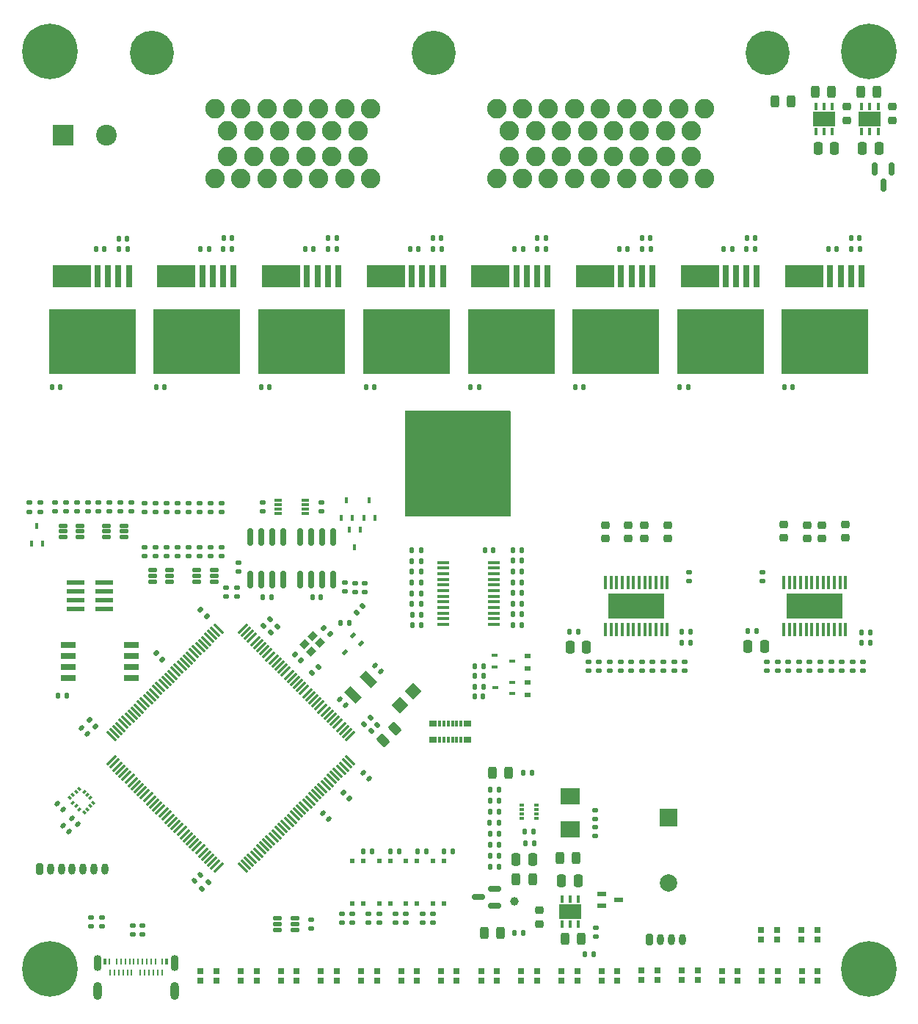
<source format=gbr>
%TF.GenerationSoftware,KiCad,Pcbnew,(6.0.8)*%
%TF.CreationDate,2024-02-14T13:25:33+01:00*%
%TF.ProjectId,pdms,70646d73-2e6b-4696-9361-645f70636258,rev?*%
%TF.SameCoordinates,Original*%
%TF.FileFunction,Soldermask,Top*%
%TF.FilePolarity,Negative*%
%FSLAX46Y46*%
G04 Gerber Fmt 4.6, Leading zero omitted, Abs format (unit mm)*
G04 Created by KiCad (PCBNEW (6.0.8)) date 2024-02-14 13:25:33*
%MOMM*%
%LPD*%
G01*
G04 APERTURE LIST*
G04 Aperture macros list*
%AMRoundRect*
0 Rectangle with rounded corners*
0 $1 Rounding radius*
0 $2 $3 $4 $5 $6 $7 $8 $9 X,Y pos of 4 corners*
0 Add a 4 corners polygon primitive as box body*
4,1,4,$2,$3,$4,$5,$6,$7,$8,$9,$2,$3,0*
0 Add four circle primitives for the rounded corners*
1,1,$1+$1,$2,$3*
1,1,$1+$1,$4,$5*
1,1,$1+$1,$6,$7*
1,1,$1+$1,$8,$9*
0 Add four rect primitives between the rounded corners*
20,1,$1+$1,$2,$3,$4,$5,0*
20,1,$1+$1,$4,$5,$6,$7,0*
20,1,$1+$1,$6,$7,$8,$9,0*
20,1,$1+$1,$8,$9,$2,$3,0*%
%AMRotRect*
0 Rectangle, with rotation*
0 The origin of the aperture is its center*
0 $1 length*
0 $2 width*
0 $3 Rotation angle, in degrees counterclockwise*
0 Add horizontal line*
21,1,$1,$2,0,0,$3*%
G04 Aperture macros list end*
%ADD10RoundRect,0.135000X0.185000X-0.135000X0.185000X0.135000X-0.185000X0.135000X-0.185000X-0.135000X0*%
%ADD11RoundRect,0.250000X0.250000X0.475000X-0.250000X0.475000X-0.250000X-0.475000X0.250000X-0.475000X0*%
%ADD12RoundRect,0.135000X0.135000X0.185000X-0.135000X0.185000X-0.135000X-0.185000X0.135000X-0.185000X0*%
%ADD13RoundRect,0.140000X-0.140000X-0.170000X0.140000X-0.170000X0.140000X0.170000X-0.140000X0.170000X0*%
%ADD14RoundRect,0.140000X0.140000X0.170000X-0.140000X0.170000X-0.140000X-0.170000X0.140000X-0.170000X0*%
%ADD15RoundRect,0.140000X-0.219203X-0.021213X-0.021213X-0.219203X0.219203X0.021213X0.021213X0.219203X0*%
%ADD16RoundRect,0.135000X-0.135000X-0.185000X0.135000X-0.185000X0.135000X0.185000X-0.135000X0.185000X0*%
%ADD17R,0.800000X2.600000*%
%ADD18R,4.400000X2.600000*%
%ADD19R,10.000000X7.410000*%
%ADD20RoundRect,0.135000X-0.185000X0.135000X-0.185000X-0.135000X0.185000X-0.135000X0.185000X0.135000X0*%
%ADD21R,0.700000X0.700000*%
%ADD22RoundRect,0.225000X0.250000X-0.225000X0.250000X0.225000X-0.250000X0.225000X-0.250000X-0.225000X0*%
%ADD23RoundRect,0.200000X-0.200000X-0.450000X0.200000X-0.450000X0.200000X0.450000X-0.200000X0.450000X0*%
%ADD24O,0.800000X1.300000*%
%ADD25R,0.450000X1.525000*%
%ADD26R,6.500000X2.870000*%
%ADD27RoundRect,0.150000X0.587500X0.150000X-0.587500X0.150000X-0.587500X-0.150000X0.587500X-0.150000X0*%
%ADD28RoundRect,0.135000X0.226274X0.035355X0.035355X0.226274X-0.226274X-0.035355X-0.035355X-0.226274X0*%
%ADD29RoundRect,0.250000X-0.250000X-0.475000X0.250000X-0.475000X0.250000X0.475000X-0.250000X0.475000X0*%
%ADD30RoundRect,0.019500X0.465500X0.175500X-0.465500X0.175500X-0.465500X-0.175500X0.465500X-0.175500X0*%
%ADD31RoundRect,0.019500X-0.465500X-0.175500X0.465500X-0.175500X0.465500X0.175500X-0.465500X0.175500X0*%
%ADD32R,1.750000X0.650000*%
%ADD33C,1.000000*%
%ADD34R,0.600000X0.470000*%
%ADD35C,0.800000*%
%ADD36C,6.400000*%
%ADD37RoundRect,0.140000X0.219203X0.021213X0.021213X0.219203X-0.219203X-0.021213X-0.021213X-0.219203X0*%
%ADD38R,2.000000X0.500000*%
%ADD39R,2.400000X2.400000*%
%ADD40C,2.400000*%
%ADD41RoundRect,0.147500X0.017678X-0.226274X0.226274X-0.017678X-0.017678X0.226274X-0.226274X0.017678X0*%
%ADD42RoundRect,0.135000X-0.226274X-0.035355X-0.035355X-0.226274X0.226274X0.035355X0.035355X0.226274X0*%
%ADD43R,0.863600X0.787400*%
%ADD44R,0.355600X0.787400*%
%ADD45RoundRect,0.250000X-0.132583X0.503814X-0.503814X0.132583X0.132583X-0.503814X0.503814X-0.132583X0*%
%ADD46RoundRect,0.243750X-0.243750X-0.456250X0.243750X-0.456250X0.243750X0.456250X-0.243750X0.456250X0*%
%ADD47R,0.250000X0.750000*%
%ADD48R,0.300000X0.750000*%
%ADD49O,1.025000X2.050000*%
%ADD50O,0.925000X1.850000*%
%ADD51R,0.450000X0.700000*%
%ADD52RoundRect,0.135000X-0.035355X0.226274X-0.226274X0.035355X0.035355X-0.226274X0.226274X-0.035355X0*%
%ADD53C,2.250000*%
%ADD54C,5.100000*%
%ADD55R,0.300000X0.850000*%
%ADD56R,2.500000X1.700000*%
%ADD57R,0.700000X0.450000*%
%ADD58RotRect,0.300000X1.475000X315.000000*%
%ADD59RotRect,0.300000X1.475000X225.000000*%
%ADD60R,2.000000X2.000000*%
%ADD61C,2.000000*%
%ADD62C,2.200000*%
%ADD63RoundRect,0.243750X0.243750X0.456250X-0.243750X0.456250X-0.243750X-0.456250X0.243750X-0.456250X0*%
%ADD64R,0.475000X0.300000*%
%ADD65R,0.700000X0.600000*%
%ADD66RoundRect,0.135000X0.035355X-0.226274X0.226274X-0.035355X-0.035355X0.226274X-0.226274X0.035355X0*%
%ADD67RotRect,0.250000X0.475000X45.000000*%
%ADD68RotRect,0.250000X0.475000X315.000000*%
%ADD69R,1.475000X0.450000*%
%ADD70RoundRect,0.225000X-0.250000X0.225000X-0.250000X-0.225000X0.250000X-0.225000X0.250000X0.225000X0*%
%ADD71RotRect,1.000000X1.800000X225.000000*%
%ADD72RotRect,0.450000X0.700000X135.000000*%
%ADD73RoundRect,0.150000X-0.150000X0.587500X-0.150000X-0.587500X0.150000X-0.587500X0.150000X0.587500X0*%
%ADD74RotRect,0.900000X0.800000X45.000000*%
%ADD75RoundRect,0.150000X0.150000X-0.825000X0.150000X0.825000X-0.150000X0.825000X-0.150000X-0.825000X0*%
%ADD76RotRect,1.400000X1.400000X45.000000*%
%ADD77R,2.286000X1.854500*%
%ADD78R,1.000000X0.550000*%
%ADD79RoundRect,0.140000X-0.021213X0.219203X-0.219203X0.021213X0.021213X-0.219203X0.219203X-0.021213X0*%
%ADD80R,0.850000X0.300000*%
G04 APERTURE END LIST*
D10*
%TO.C,R68*%
X21166000Y-105984000D03*
X21166000Y-104964000D03*
%TD*%
D11*
%TO.C,C3*%
X111084400Y-64160400D03*
X109184400Y-64160400D03*
%TD*%
D12*
%TO.C,C91*%
X83314000Y-156972000D03*
X82294000Y-156972000D03*
%TD*%
D13*
%TO.C,C130*%
X113012400Y-74498400D03*
X113972400Y-74498400D03*
%TD*%
D10*
%TO.C,R102*%
X111915200Y-124345862D03*
X111915200Y-123325862D03*
%TD*%
D14*
%TO.C,C116*%
X75122400Y-75728400D03*
X74162400Y-75728400D03*
%TD*%
D15*
%TO.C,C78*%
X56673256Y-136101293D03*
X57352078Y-136780115D03*
%TD*%
D10*
%TO.C,R83*%
X36586000Y-111110000D03*
X36586000Y-110090000D03*
%TD*%
D16*
%TO.C,R17*%
X62323333Y-116637167D03*
X63343333Y-116637167D03*
%TD*%
D17*
%TO.C,Q6*%
X65896600Y-78841600D03*
X64696600Y-78841600D03*
X63496600Y-78841600D03*
X62296600Y-78841600D03*
D18*
X59296600Y-78841600D03*
D19*
X61696600Y-86376600D03*
%TD*%
D12*
%TO.C,R115*%
X115190000Y-121100000D03*
X114170000Y-121100000D03*
%TD*%
D20*
%TO.C,R98*%
X105735200Y-123325862D03*
X105735200Y-124345862D03*
%TD*%
D12*
%TO.C,R206*%
X89862400Y-75728400D03*
X88842400Y-75728400D03*
%TD*%
D21*
%TO.C,D18*%
X58267600Y-160020000D03*
X58267600Y-158920000D03*
X56437600Y-158920000D03*
X56437600Y-160020000D03*
%TD*%
D10*
%TO.C,R77*%
X28711000Y-105984000D03*
X28711000Y-104964000D03*
%TD*%
%TO.C,R72*%
X83566000Y-154942000D03*
X83566000Y-153922000D03*
%TD*%
%TO.C,R25*%
X91330000Y-124346662D03*
X91330000Y-123326662D03*
%TD*%
D14*
%TO.C,C105*%
X50974600Y-75737200D03*
X50014600Y-75737200D03*
%TD*%
D22*
%TO.C,C73*%
X112348000Y-109029800D03*
X112348000Y-107479800D03*
%TD*%
D17*
%TO.C,Q4*%
X41715800Y-78840800D03*
X40515800Y-78840800D03*
X39315800Y-78840800D03*
X38115800Y-78840800D03*
D18*
X35115800Y-78840800D03*
D19*
X37515800Y-86375800D03*
%TD*%
D23*
%TO.C,J5*%
X89737400Y-155348400D03*
D24*
X90987400Y-155348400D03*
X92237400Y-155348400D03*
X93487400Y-155348400D03*
%TD*%
D10*
%TO.C,R173*%
X31242000Y-154686000D03*
X31242000Y-153666000D03*
%TD*%
D13*
%TO.C,C113*%
X28510000Y-74500000D03*
X29470000Y-74500000D03*
%TD*%
D21*
%TO.C,D10*%
X39725600Y-160028800D03*
X39725600Y-158928800D03*
X37895600Y-158928800D03*
X37895600Y-160028800D03*
%TD*%
D10*
%TO.C,R59*%
X45110400Y-105920000D03*
X45110400Y-104900000D03*
%TD*%
D22*
%TO.C,C70*%
X105223000Y-109004800D03*
X105223000Y-107454800D03*
%TD*%
D10*
%TO.C,R101*%
X110675200Y-124345862D03*
X110675200Y-123325862D03*
%TD*%
D25*
%TO.C,IC7*%
X84638000Y-119606000D03*
X85288000Y-119606000D03*
X85938000Y-119606000D03*
X86588000Y-119606000D03*
X87238000Y-119606000D03*
X87888000Y-119606000D03*
X88538000Y-119606000D03*
X89188000Y-119606000D03*
X89838000Y-119606000D03*
X90488000Y-119606000D03*
X91138000Y-119606000D03*
X91788000Y-119606000D03*
X91788000Y-114182000D03*
X91138000Y-114182000D03*
X90488000Y-114182000D03*
X89838000Y-114182000D03*
X89188000Y-114182000D03*
X88538000Y-114182000D03*
X87888000Y-114182000D03*
X87238000Y-114182000D03*
X86588000Y-114182000D03*
X85938000Y-114182000D03*
X85288000Y-114182000D03*
X84638000Y-114182000D03*
D26*
X88213000Y-116894000D03*
%TD*%
D21*
%TO.C,D21*%
X86029800Y-160020000D03*
X86029800Y-158920000D03*
X84199800Y-158920000D03*
X84199800Y-160020000D03*
%TD*%
D12*
%TO.C,R201*%
X77792400Y-75738400D03*
X76772400Y-75738400D03*
%TD*%
D16*
%TO.C,R37*%
X62326666Y-119087167D03*
X63346666Y-119087167D03*
%TD*%
D14*
%TO.C,C2*%
X71713333Y-110447167D03*
X70753333Y-110447167D03*
%TD*%
D12*
%TO.C,R211*%
X101932400Y-75738400D03*
X100912400Y-75738400D03*
%TD*%
D20*
%TO.C,R80*%
X32766000Y-110094000D03*
X32766000Y-111114000D03*
%TD*%
D16*
%TO.C,R62*%
X71313700Y-143118600D03*
X72333700Y-143118600D03*
%TD*%
D10*
%TO.C,R75*%
X26171000Y-105984000D03*
X26171000Y-104964000D03*
%TD*%
D27*
%TO.C,Q1*%
X71882000Y-151384000D03*
X71882000Y-149484000D03*
X70007000Y-150434000D03*
%TD*%
D16*
%TO.C,R14*%
X62323333Y-112917167D03*
X63343333Y-112917167D03*
%TD*%
D12*
%TO.C,R109*%
X75184000Y-154524700D03*
X74164000Y-154524700D03*
%TD*%
D28*
%TO.C,C42*%
X49529108Y-123182699D03*
X48807860Y-122461451D03*
%TD*%
D20*
%TO.C,R179*%
X25325287Y-152802400D03*
X25325287Y-153822400D03*
%TD*%
D10*
%TO.C,R165*%
X39116000Y-106047000D03*
X39116000Y-105027000D03*
%TD*%
D22*
%TO.C,C55*%
X76987800Y-153507600D03*
X76987800Y-151957600D03*
%TD*%
D29*
%TO.C,C54*%
X79587700Y-148563400D03*
X81487700Y-148563400D03*
%TD*%
D28*
%TO.C,C48*%
X33520624Y-123030624D03*
X32799376Y-122309376D03*
%TD*%
D15*
%TO.C,C81*%
X52004547Y-140724039D03*
X52683369Y-141402861D03*
%TD*%
D30*
%TO.C,D24*%
X29056000Y-108918000D03*
X29056000Y-108268000D03*
X29056000Y-107618000D03*
D31*
X27096000Y-107618000D03*
X27096000Y-108268000D03*
X27096000Y-108918000D03*
%TD*%
D23*
%TO.C,J1*%
X19364000Y-147160400D03*
D24*
X20614000Y-147160400D03*
X21864000Y-147160400D03*
X23114000Y-147160400D03*
X24364000Y-147160400D03*
X25614000Y-147160400D03*
X26864000Y-147160400D03*
%TD*%
D32*
%TO.C,IC20*%
X29910000Y-125160000D03*
X29910000Y-123890000D03*
X29910000Y-122620000D03*
X29910000Y-121350000D03*
X22660000Y-121350000D03*
X22660000Y-122620000D03*
X22660000Y-123890000D03*
X22660000Y-125160000D03*
%TD*%
D20*
%TO.C,R86*%
X40396000Y-110092000D03*
X40396000Y-111112000D03*
%TD*%
%TO.C,R162*%
X35306000Y-105027000D03*
X35306000Y-106047000D03*
%TD*%
D33*
%TO.C,TP1*%
X74168000Y-150876000D03*
%TD*%
D34*
%TO.C,U4*%
X58530000Y-151200000D03*
X59800000Y-151200000D03*
X59800000Y-146280000D03*
X58530000Y-146280000D03*
%TD*%
D35*
%TO.C,H2*%
X116699056Y-51290744D03*
X115002000Y-50587800D03*
X113304944Y-54684856D03*
D36*
X115002000Y-52987800D03*
D35*
X112602000Y-52987800D03*
X113304944Y-51290744D03*
X115002000Y-55387800D03*
X116699056Y-54684856D03*
X117402000Y-52987800D03*
%TD*%
D21*
%TO.C,D15*%
X99898800Y-160024600D03*
X99898800Y-158924600D03*
X98068800Y-158924600D03*
X98068800Y-160024600D03*
%TD*%
D20*
%TO.C,R100*%
X108205200Y-123325862D03*
X108205200Y-124345862D03*
%TD*%
D29*
%TO.C,C56*%
X74328100Y-146090400D03*
X76228100Y-146090400D03*
%TD*%
D12*
%TO.C,R53*%
X75003333Y-112907167D03*
X73983333Y-112907167D03*
%TD*%
D13*
%TO.C,C115*%
X76802400Y-74488400D03*
X77762400Y-74488400D03*
%TD*%
D20*
%TO.C,R5*%
X55436400Y-152337300D03*
X55436400Y-153357300D03*
%TD*%
D14*
%TO.C,C65*%
X46073000Y-115824000D03*
X45113000Y-115824000D03*
%TD*%
D37*
%TO.C,C82*%
X24883608Y-131584542D03*
X24204786Y-130905720D03*
%TD*%
D38*
%TO.C,J4*%
X23540000Y-114200000D03*
X26840000Y-114200000D03*
X23540000Y-115200000D03*
X26840000Y-115200000D03*
X23540000Y-116200000D03*
X26840000Y-116200000D03*
X23540000Y-117200000D03*
X26840000Y-117200000D03*
%TD*%
D20*
%TO.C,R7*%
X61634000Y-152337300D03*
X61634000Y-153357300D03*
%TD*%
D12*
%TO.C,R216*%
X114002400Y-75748400D03*
X112982400Y-75748400D03*
%TD*%
D39*
%TO.C,C88*%
X22051000Y-62611000D03*
D40*
X27051000Y-62611000D03*
%TD*%
D16*
%TO.C,R28*%
X80492000Y-119802000D03*
X81512000Y-119802000D03*
%TD*%
D22*
%TO.C,C72*%
X109623000Y-109097800D03*
X109623000Y-107547800D03*
%TD*%
D41*
%TO.C,D33*%
X57647053Y-131282947D03*
X58332947Y-130597053D03*
%TD*%
D42*
%TO.C,C46*%
X52141176Y-119374976D03*
X52862424Y-120096224D03*
%TD*%
D14*
%TO.C,C131*%
X111332400Y-75738400D03*
X110372400Y-75738400D03*
%TD*%
D20*
%TO.C,R164*%
X37846000Y-105027000D03*
X37846000Y-106047000D03*
%TD*%
D16*
%TO.C,R41*%
X62940000Y-145125000D03*
X63960000Y-145125000D03*
%TD*%
D20*
%TO.C,C63*%
X83462700Y-140378400D03*
X83462700Y-141398400D03*
%TD*%
D43*
%TO.C,R43*%
X64768800Y-132264400D03*
D44*
X65516322Y-132264400D03*
X66009844Y-132264400D03*
X66503366Y-132264400D03*
X66996888Y-132264400D03*
X67490410Y-132264400D03*
X67983932Y-132264400D03*
D43*
X68731200Y-132264400D03*
X68731200Y-130435600D03*
D44*
X67983932Y-130435600D03*
X67490410Y-130435600D03*
X66996888Y-130435600D03*
X66503366Y-130435600D03*
X66009844Y-130435600D03*
X65516322Y-130435600D03*
D43*
X64768800Y-130435600D03*
%TD*%
D10*
%TO.C,R119*%
X63539000Y-153357300D03*
X63539000Y-152337300D03*
%TD*%
D45*
%TO.C,R54*%
X60295235Y-131054765D03*
X59004765Y-132345235D03*
%TD*%
D14*
%TO.C,C100*%
X38899600Y-75737200D03*
X37939600Y-75737200D03*
%TD*%
D16*
%TO.C,C60*%
X71313700Y-138038600D03*
X72333700Y-138038600D03*
%TD*%
D46*
%TO.C,F3*%
X104222500Y-58680000D03*
X106097500Y-58680000D03*
%TD*%
D12*
%TO.C,R67*%
X29500000Y-75750000D03*
X28480000Y-75750000D03*
%TD*%
D47*
%TO.C,J6*%
X27430000Y-157838800D03*
X28230000Y-157838800D03*
X28730000Y-157838800D03*
X29230000Y-157838800D03*
X29730000Y-157838800D03*
X30230000Y-157838800D03*
X30730000Y-157838800D03*
X31230000Y-157838800D03*
X31730000Y-157838800D03*
X32230000Y-157838800D03*
X32730000Y-157838800D03*
X33530000Y-157838800D03*
X33480000Y-159088800D03*
X32980000Y-159088800D03*
X32480000Y-159088800D03*
X31980000Y-159088800D03*
X31480000Y-159088800D03*
X30980000Y-159088800D03*
X29980000Y-159088800D03*
X29480000Y-159088800D03*
X28980000Y-159088800D03*
X28480000Y-159088800D03*
X27980000Y-159088800D03*
X27480000Y-159088800D03*
D48*
X26930000Y-157838800D03*
X34030000Y-157838800D03*
D49*
X26030000Y-161213800D03*
X34930000Y-161213800D03*
D50*
X26030000Y-158013800D03*
X34930000Y-158013800D03*
%TD*%
D17*
%TO.C,Q8*%
X90052000Y-78841600D03*
X88852000Y-78841600D03*
X87652000Y-78841600D03*
X86452000Y-78841600D03*
D18*
X83452000Y-78841600D03*
D19*
X85852000Y-86376600D03*
%TD*%
D13*
%TO.C,C127*%
X93228200Y-91617800D03*
X94188200Y-91617800D03*
%TD*%
D51*
%TO.C,D6*%
X56350000Y-108100000D03*
X55050000Y-108100000D03*
X55700000Y-110100000D03*
%TD*%
D52*
%TO.C,C49*%
X38799329Y-148709113D03*
X38078081Y-149430361D03*
%TD*%
D21*
%TO.C,D16*%
X53644800Y-160020000D03*
X53644800Y-158920000D03*
X51814800Y-158920000D03*
X51814800Y-160020000D03*
%TD*%
D53*
%TO.C,J2*%
X96068000Y-67598000D03*
X94568000Y-65098000D03*
X93068000Y-67598000D03*
X91568000Y-65098000D03*
X90068000Y-67598000D03*
X88568000Y-65098000D03*
X87068000Y-67598000D03*
X85568000Y-65098000D03*
X84068000Y-67598000D03*
X82568000Y-65098000D03*
X81068000Y-67598000D03*
X79568000Y-65098000D03*
X78068000Y-67598000D03*
X76568000Y-65098000D03*
X75068000Y-67598000D03*
X73568000Y-65098000D03*
X72068000Y-67598000D03*
X96068000Y-59598000D03*
X94568000Y-62098000D03*
X93068000Y-59598000D03*
X91568000Y-62098000D03*
X90068000Y-59598000D03*
X88568000Y-62098000D03*
X87068000Y-59598000D03*
X85568000Y-62098000D03*
X84068000Y-59598000D03*
X82568000Y-62098000D03*
X81068000Y-59598000D03*
X79568000Y-62098000D03*
X78068000Y-59598000D03*
X76568000Y-62098000D03*
X75068000Y-59598000D03*
X73568000Y-62098000D03*
X72068000Y-59598000D03*
X57568000Y-67598000D03*
X56068000Y-65098000D03*
X54568000Y-67598000D03*
X53068000Y-65098000D03*
X51568000Y-67598000D03*
X50068000Y-65098000D03*
X48568000Y-67598000D03*
X47068000Y-65098000D03*
X45568000Y-67598000D03*
X44068000Y-65098000D03*
X42568000Y-67598000D03*
X41068000Y-65098000D03*
X39568000Y-67598000D03*
X57568000Y-59598000D03*
X56068000Y-62098000D03*
X54568000Y-59598000D03*
X53068000Y-62098000D03*
X51568000Y-59598000D03*
X50068000Y-62098000D03*
X48568000Y-59598000D03*
X47068000Y-62098000D03*
X45568000Y-59598000D03*
X44068000Y-62098000D03*
X42568000Y-59598000D03*
X41068000Y-62098000D03*
X39568000Y-59598000D03*
D54*
X103318000Y-53098000D03*
X64818000Y-53098000D03*
X32318000Y-53098000D03*
%TD*%
D46*
%TO.C,D34*%
X71620500Y-136057400D03*
X73495500Y-136057400D03*
%TD*%
D12*
%TO.C,R45*%
X75000000Y-110457167D03*
X73980000Y-110457167D03*
%TD*%
D20*
%TO.C,R71*%
X24976000Y-104964000D03*
X24976000Y-105984000D03*
%TD*%
D10*
%TO.C,R204*%
X56845200Y-115241800D03*
X56845200Y-114221800D03*
%TD*%
D14*
%TO.C,C110*%
X63049600Y-75737200D03*
X62089600Y-75737200D03*
%TD*%
D10*
%TO.C,R103*%
X113145200Y-124345862D03*
X113145200Y-123325862D03*
%TD*%
D21*
%TO.C,D36*%
X102599000Y-154191200D03*
X102599000Y-155291200D03*
X104429000Y-155291200D03*
X104429000Y-154191200D03*
%TD*%
D29*
%TO.C,C19*%
X80560000Y-121580000D03*
X82460000Y-121580000D03*
%TD*%
D12*
%TO.C,R60*%
X72333700Y-140578600D03*
X71313700Y-140578600D03*
%TD*%
D16*
%TO.C,R214*%
X54072600Y-118821200D03*
X55092600Y-118821200D03*
%TD*%
D12*
%TO.C,R96*%
X70560000Y-126210000D03*
X69540000Y-126210000D03*
%TD*%
D55*
%TO.C,IC14*%
X114205617Y-62210400D03*
X115155617Y-62210400D03*
X116105617Y-62210400D03*
X116105617Y-59310400D03*
X115155617Y-59310400D03*
X114205617Y-59310400D03*
D56*
X115155617Y-60760400D03*
%TD*%
D21*
%TO.C,D30*%
X72135400Y-160020000D03*
X72135400Y-158920000D03*
X70305400Y-158920000D03*
X70305400Y-160020000D03*
%TD*%
D57*
%TO.C,D39*%
X71860000Y-122570000D03*
X71860000Y-123870000D03*
X73860000Y-123220000D03*
%TD*%
D14*
%TO.C,C64*%
X51788000Y-115824000D03*
X50828000Y-115824000D03*
%TD*%
D10*
%TO.C,R175*%
X30099000Y-154686000D03*
X30099000Y-153666000D03*
%TD*%
D20*
%TO.C,R166*%
X40386000Y-105027000D03*
X40386000Y-106047000D03*
%TD*%
D16*
%TO.C,R105*%
X114210000Y-119890000D03*
X115230000Y-119890000D03*
%TD*%
D58*
%TO.C,IC19*%
X55174508Y-131868942D03*
X54820955Y-131515388D03*
X54467401Y-131161835D03*
X54113848Y-130808282D03*
X53760294Y-130454728D03*
X53406741Y-130101175D03*
X53053188Y-129747621D03*
X52699634Y-129394068D03*
X52346081Y-129040515D03*
X51992527Y-128686961D03*
X51638974Y-128333408D03*
X51285421Y-127979854D03*
X50931867Y-127626301D03*
X50578314Y-127272748D03*
X50224760Y-126919194D03*
X49871207Y-126565641D03*
X49517654Y-126212087D03*
X49164100Y-125858534D03*
X48810547Y-125504981D03*
X48456994Y-125151427D03*
X48103440Y-124797874D03*
X47749887Y-124444321D03*
X47396333Y-124090767D03*
X47042780Y-123737214D03*
X46689227Y-123383660D03*
X46335673Y-123030107D03*
X45982120Y-122676554D03*
X45628566Y-122323000D03*
X45275013Y-121969447D03*
X44921460Y-121615893D03*
X44567906Y-121262340D03*
X44214353Y-120908787D03*
X43860799Y-120555233D03*
X43507246Y-120201680D03*
X43153693Y-119848126D03*
X42800139Y-119494573D03*
D59*
X39988683Y-119494573D03*
X39635129Y-119848126D03*
X39281576Y-120201680D03*
X38928023Y-120555233D03*
X38574469Y-120908787D03*
X38220916Y-121262340D03*
X37867362Y-121615893D03*
X37513809Y-121969447D03*
X37160256Y-122323000D03*
X36806702Y-122676554D03*
X36453149Y-123030107D03*
X36099595Y-123383660D03*
X35746042Y-123737214D03*
X35392489Y-124090767D03*
X35038935Y-124444321D03*
X34685382Y-124797874D03*
X34331828Y-125151427D03*
X33978275Y-125504981D03*
X33624722Y-125858534D03*
X33271168Y-126212087D03*
X32917615Y-126565641D03*
X32564062Y-126919194D03*
X32210508Y-127272748D03*
X31856955Y-127626301D03*
X31503401Y-127979854D03*
X31149848Y-128333408D03*
X30796295Y-128686961D03*
X30442741Y-129040515D03*
X30089188Y-129394068D03*
X29735634Y-129747621D03*
X29382081Y-130101175D03*
X29028528Y-130454728D03*
X28674974Y-130808282D03*
X28321421Y-131161835D03*
X27967867Y-131515388D03*
X27614314Y-131868942D03*
D58*
X27614314Y-134680398D03*
X27967867Y-135033952D03*
X28321421Y-135387505D03*
X28674974Y-135741058D03*
X29028528Y-136094612D03*
X29382081Y-136448165D03*
X29735634Y-136801719D03*
X30089188Y-137155272D03*
X30442741Y-137508825D03*
X30796295Y-137862379D03*
X31149848Y-138215932D03*
X31503401Y-138569486D03*
X31856955Y-138923039D03*
X32210508Y-139276592D03*
X32564062Y-139630146D03*
X32917615Y-139983699D03*
X33271168Y-140337253D03*
X33624722Y-140690806D03*
X33978275Y-141044359D03*
X34331828Y-141397913D03*
X34685382Y-141751466D03*
X35038935Y-142105019D03*
X35392489Y-142458573D03*
X35746042Y-142812126D03*
X36099595Y-143165680D03*
X36453149Y-143519233D03*
X36806702Y-143872786D03*
X37160256Y-144226340D03*
X37513809Y-144579893D03*
X37867362Y-144933447D03*
X38220916Y-145287000D03*
X38574469Y-145640553D03*
X38928023Y-145994107D03*
X39281576Y-146347660D03*
X39635129Y-146701214D03*
X39988683Y-147054767D03*
D59*
X42800139Y-147054767D03*
X43153693Y-146701214D03*
X43507246Y-146347660D03*
X43860799Y-145994107D03*
X44214353Y-145640553D03*
X44567906Y-145287000D03*
X44921460Y-144933447D03*
X45275013Y-144579893D03*
X45628566Y-144226340D03*
X45982120Y-143872786D03*
X46335673Y-143519233D03*
X46689227Y-143165680D03*
X47042780Y-142812126D03*
X47396333Y-142458573D03*
X47749887Y-142105019D03*
X48103440Y-141751466D03*
X48456994Y-141397913D03*
X48810547Y-141044359D03*
X49164100Y-140690806D03*
X49517654Y-140337253D03*
X49871207Y-139983699D03*
X50224760Y-139630146D03*
X50578314Y-139276592D03*
X50931867Y-138923039D03*
X51285421Y-138569486D03*
X51638974Y-138215932D03*
X51992527Y-137862379D03*
X52346081Y-137508825D03*
X52699634Y-137155272D03*
X53053188Y-136801719D03*
X53406741Y-136448165D03*
X53760294Y-136094612D03*
X54113848Y-135741058D03*
X54467401Y-135387505D03*
X54820955Y-135033952D03*
X55174508Y-134680398D03*
%TD*%
D16*
%TO.C,R42*%
X65990000Y-145125000D03*
X67010000Y-145125000D03*
%TD*%
D12*
%TO.C,R88*%
X75003333Y-116627167D03*
X73983333Y-116627167D03*
%TD*%
D10*
%TO.C,R161*%
X34036000Y-106047000D03*
X34036000Y-105027000D03*
%TD*%
D13*
%TO.C,C99*%
X40579600Y-74497200D03*
X41539600Y-74497200D03*
%TD*%
D22*
%TO.C,C16*%
X89150000Y-109075000D03*
X89150000Y-107525000D03*
%TD*%
D30*
%TO.C,D26*%
X39471000Y-114046000D03*
X39471000Y-113396000D03*
X39471000Y-112746000D03*
D31*
X37511000Y-112746000D03*
X37511000Y-113396000D03*
X37511000Y-114046000D03*
%TD*%
D60*
%TO.C,BZ1*%
X91948000Y-141234000D03*
D61*
X91948000Y-148834000D03*
%TD*%
D21*
%TO.C,D29*%
X81407000Y-160020000D03*
X81407000Y-158920000D03*
X79577000Y-158920000D03*
X79577000Y-160020000D03*
%TD*%
D15*
%TO.C,C75*%
X22090589Y-142227589D03*
X22769411Y-142906411D03*
%TD*%
D62*
%TO.C,J3*%
X63830000Y-104250000D03*
X66370000Y-104250000D03*
X68910000Y-104250000D03*
X71450000Y-104250000D03*
X63830000Y-101710000D03*
X66370000Y-101710000D03*
X68910000Y-101710000D03*
X71450000Y-101710000D03*
X63830000Y-99170000D03*
X66370000Y-99170000D03*
X68910000Y-99170000D03*
X71450000Y-99170000D03*
X63830000Y-96630000D03*
X66370000Y-96630000D03*
X68910000Y-96630000D03*
X71450000Y-96630000D03*
%TD*%
D16*
%TO.C,R34*%
X62323333Y-110467167D03*
X63343333Y-110467167D03*
%TD*%
D63*
%TO.C,F20*%
X81237700Y-145888400D03*
X79362700Y-145888400D03*
%TD*%
D16*
%TO.C,R13*%
X62323333Y-115397167D03*
X63343333Y-115397167D03*
%TD*%
D20*
%TO.C,R97*%
X104495200Y-123325862D03*
X104495200Y-124345862D03*
%TD*%
D64*
%TO.C,IC11*%
X76666200Y-141358600D03*
X76666200Y-140858600D03*
X76666200Y-140358600D03*
X76666200Y-139858600D03*
X74990200Y-139858600D03*
X74990200Y-140358600D03*
X74990200Y-140858600D03*
X74990200Y-141358600D03*
%TD*%
D12*
%TO.C,R48*%
X75003333Y-119077167D03*
X73983333Y-119077167D03*
%TD*%
D57*
%TO.C,D40*%
X73900000Y-126940000D03*
X73900000Y-125640000D03*
X71900000Y-126290000D03*
%TD*%
D20*
%TO.C,R69*%
X22436000Y-104964000D03*
X22436000Y-105984000D03*
%TD*%
D65*
%TO.C,D50*%
X75630000Y-125690000D03*
X75630000Y-127090000D03*
%TD*%
D66*
%TO.C,R209*%
X55925776Y-117632424D03*
X56647024Y-116911176D03*
%TD*%
D16*
%TO.C,R33*%
X62326666Y-117877167D03*
X63346666Y-117877167D03*
%TD*%
D66*
%TO.C,R66*%
X56789376Y-130470624D03*
X57510624Y-129749376D03*
%TD*%
D20*
%TO.C,R29*%
X82670000Y-123326662D03*
X82670000Y-124346662D03*
%TD*%
D21*
%TO.C,D19*%
X90653200Y-160011200D03*
X90653200Y-158911200D03*
X88823200Y-158911200D03*
X88823200Y-160011200D03*
%TD*%
D67*
%TO.C,IC15*%
X23908318Y-137947658D03*
X23554765Y-138301212D03*
X23201212Y-138654765D03*
X22847658Y-139008318D03*
D68*
X23201212Y-139591682D03*
X23554765Y-139945235D03*
X23908318Y-140298788D03*
D67*
X24491682Y-140652342D03*
X24845235Y-140298788D03*
X25198788Y-139945235D03*
X25552342Y-139591682D03*
D68*
X25198788Y-139008318D03*
X24845235Y-138654765D03*
X24491682Y-138301212D03*
%TD*%
D51*
%TO.C,D3*%
X54125000Y-106700000D03*
X55425000Y-106700000D03*
X54775000Y-104700000D03*
%TD*%
D10*
%TO.C,R183*%
X42100000Y-115800000D03*
X42100000Y-114780000D03*
%TD*%
D69*
%TO.C,IC2*%
X65887000Y-111842167D03*
X65887000Y-112492167D03*
X65887000Y-113142167D03*
X65887000Y-113792167D03*
X65887000Y-114442167D03*
X65887000Y-115092167D03*
X65887000Y-115742167D03*
X65887000Y-116392167D03*
X65887000Y-117042167D03*
X65887000Y-117692167D03*
X65887000Y-118342167D03*
X65887000Y-118992167D03*
X71763000Y-118992167D03*
X71763000Y-118342167D03*
X71763000Y-117692167D03*
X71763000Y-117042167D03*
X71763000Y-116392167D03*
X71763000Y-115742167D03*
X71763000Y-115092167D03*
X71763000Y-114442167D03*
X71763000Y-113792167D03*
X71763000Y-113142167D03*
X71763000Y-112492167D03*
X71763000Y-111842167D03*
%TD*%
D22*
%TO.C,C17*%
X91800000Y-109075000D03*
X91800000Y-107525000D03*
%TD*%
D20*
%TO.C,C69*%
X102750000Y-112940000D03*
X102750000Y-113960000D03*
%TD*%
D10*
%TO.C,R79*%
X31496000Y-111114000D03*
X31496000Y-110094000D03*
%TD*%
D13*
%TO.C,C125*%
X100942400Y-74488400D03*
X101902400Y-74488400D03*
%TD*%
D70*
%TO.C,C4*%
X112466811Y-59338000D03*
X112466811Y-60888000D03*
%TD*%
D20*
%TO.C,R76*%
X27441000Y-104964000D03*
X27441000Y-105984000D03*
%TD*%
D66*
%TO.C,C43*%
X46039376Y-119960624D03*
X46760624Y-119239376D03*
%TD*%
D20*
%TO.C,R8*%
X64732800Y-152337300D03*
X64732800Y-153357300D03*
%TD*%
D35*
%TO.C,H1*%
X18812944Y-54684856D03*
D36*
X20510000Y-52987800D03*
D35*
X18812944Y-51290744D03*
X22207056Y-54684856D03*
X20510000Y-55387800D03*
X22207056Y-51290744D03*
X20510000Y-50587800D03*
X22910000Y-52987800D03*
X18110000Y-52987800D03*
%TD*%
D16*
%TO.C,R40*%
X59865000Y-145125000D03*
X60885000Y-145125000D03*
%TD*%
D14*
%TO.C,C106*%
X45877400Y-91618601D03*
X44917400Y-91618601D03*
%TD*%
D20*
%TO.C,R44*%
X88860000Y-123326662D03*
X88860000Y-124346662D03*
%TD*%
D16*
%TO.C,C61*%
X71373200Y-146903200D03*
X72393200Y-146903200D03*
%TD*%
%TO.C,R18*%
X62323333Y-111717167D03*
X63343333Y-111717167D03*
%TD*%
D20*
%TO.C,R21*%
X85150000Y-123326662D03*
X85150000Y-124346662D03*
%TD*%
%TO.C,R99*%
X106975200Y-123325862D03*
X106975200Y-124345862D03*
%TD*%
D14*
%TO.C,C95*%
X21722000Y-91617800D03*
X20762000Y-91617800D03*
%TD*%
D12*
%TO.C,R61*%
X72333700Y-139308600D03*
X71313700Y-139308600D03*
%TD*%
D21*
%TO.C,D17*%
X95276000Y-160011200D03*
X95276000Y-158911200D03*
X93446000Y-158911200D03*
X93446000Y-160011200D03*
%TD*%
D55*
%TO.C,IC10*%
X81534200Y-150618000D03*
X80584200Y-150618000D03*
X79634200Y-150618000D03*
X79634200Y-153518000D03*
X80584200Y-153518000D03*
X81534200Y-153518000D03*
D56*
X80584200Y-152068000D03*
%TD*%
D17*
%TO.C,Q5*%
X53806200Y-78841600D03*
X52606200Y-78841600D03*
X51406200Y-78841600D03*
X50206200Y-78841600D03*
D18*
X47206200Y-78841600D03*
D19*
X49606200Y-86376600D03*
%TD*%
D10*
%TO.C,R104*%
X114385200Y-124345862D03*
X114385200Y-123325862D03*
%TD*%
D28*
%TO.C,C41*%
X25826183Y-130721165D03*
X25104935Y-129999917D03*
%TD*%
D14*
%TO.C,C132*%
X106253200Y-91618600D03*
X105293200Y-91618600D03*
%TD*%
D12*
%TO.C,R49*%
X75000000Y-111667167D03*
X73980000Y-111667167D03*
%TD*%
D20*
%TO.C,R23*%
X87620000Y-123326662D03*
X87620000Y-124346662D03*
%TD*%
D12*
%TO.C,R64*%
X72350400Y-145643600D03*
X71330400Y-145643600D03*
%TD*%
D21*
%TO.C,D20*%
X62890400Y-160020000D03*
X62890400Y-158920000D03*
X61060400Y-158920000D03*
X61060400Y-160020000D03*
%TD*%
D51*
%TO.C,D37*%
X18386000Y-109664000D03*
X19686000Y-109664000D03*
X19036000Y-107664000D03*
%TD*%
D20*
%TO.C,R22*%
X86390000Y-123326662D03*
X86390000Y-124346662D03*
%TD*%
D35*
%TO.C,H3*%
X22207056Y-160434856D03*
X18812944Y-157040744D03*
X22207056Y-157040744D03*
X22910000Y-158737800D03*
X18812944Y-160434856D03*
D36*
X20510000Y-158737800D03*
D35*
X18110000Y-158737800D03*
X20510000Y-161137800D03*
X20510000Y-156337800D03*
%TD*%
D20*
%TO.C,R20*%
X83910000Y-123326662D03*
X83910000Y-124346662D03*
%TD*%
D14*
%TO.C,C122*%
X82123200Y-91618600D03*
X81163200Y-91618600D03*
%TD*%
D21*
%TO.C,D32*%
X107284000Y-154191200D03*
X107284000Y-155291200D03*
X109114000Y-155291200D03*
X109114000Y-154191200D03*
%TD*%
D71*
%TO.C,Y2*%
X55540647Y-127082534D03*
X57308413Y-125314768D03*
%TD*%
D20*
%TO.C,R6*%
X58535200Y-152337300D03*
X58535200Y-153357300D03*
%TD*%
D15*
%TO.C,C76*%
X23045166Y-141321503D03*
X23723988Y-142000325D03*
%TD*%
D16*
%TO.C,C58*%
X75377700Y-144210800D03*
X76397700Y-144210800D03*
%TD*%
D10*
%TO.C,C62*%
X83462700Y-143373400D03*
X83462700Y-142353400D03*
%TD*%
%TO.C,R24*%
X90090000Y-124346662D03*
X90090000Y-123326662D03*
%TD*%
%TO.C,R199*%
X55727600Y-115241800D03*
X55727600Y-114221800D03*
%TD*%
%TO.C,R58*%
X51866800Y-105920000D03*
X51866800Y-104900000D03*
%TD*%
%TO.C,R118*%
X60414800Y-153357300D03*
X60414800Y-152337300D03*
%TD*%
D14*
%TO.C,C121*%
X87192400Y-75718400D03*
X86232400Y-75718400D03*
%TD*%
%TO.C,C111*%
X57967800Y-91618600D03*
X57007800Y-91618600D03*
%TD*%
D72*
%TO.C,D38*%
X56466726Y-121212513D03*
X55547487Y-120293274D03*
X54592893Y-122167107D03*
%TD*%
D15*
%TO.C,C85*%
X58031362Y-123720667D03*
X58710184Y-124399489D03*
%TD*%
D21*
%TO.C,D13*%
X104513200Y-160020000D03*
X104513200Y-158920000D03*
X102683200Y-158920000D03*
X102683200Y-160020000D03*
%TD*%
D10*
%TO.C,R159*%
X31496000Y-106047000D03*
X31496000Y-105027000D03*
%TD*%
D12*
%TO.C,R30*%
X70600000Y-123850000D03*
X69580000Y-123850000D03*
%TD*%
D16*
%TO.C,C59*%
X71300400Y-141848600D03*
X72320400Y-141848600D03*
%TD*%
D13*
%TO.C,C104*%
X52654600Y-74497200D03*
X53614600Y-74497200D03*
%TD*%
D15*
%TO.C,C74*%
X21385589Y-139660589D03*
X22064411Y-140339411D03*
%TD*%
D55*
%TO.C,IC3*%
X108908011Y-62210400D03*
X109858011Y-62210400D03*
X110808011Y-62210400D03*
X110808011Y-59310400D03*
X109858011Y-59310400D03*
X108908011Y-59310400D03*
D56*
X109858011Y-60760400D03*
%TD*%
D21*
%TO.C,D14*%
X49022000Y-160020000D03*
X49022000Y-158920000D03*
X47192000Y-158920000D03*
X47192000Y-160020000D03*
%TD*%
D13*
%TO.C,C67*%
X69550000Y-127290000D03*
X70510000Y-127290000D03*
%TD*%
D16*
%TO.C,R10*%
X62323333Y-114157167D03*
X63343333Y-114157167D03*
%TD*%
D10*
%TO.C,R26*%
X92560000Y-124346662D03*
X92560000Y-123326662D03*
%TD*%
D16*
%TO.C,R94*%
X101032000Y-119762000D03*
X102052000Y-119762000D03*
%TD*%
D10*
%TO.C,R193*%
X54559200Y-115218400D03*
X54559200Y-114198400D03*
%TD*%
D17*
%TO.C,Q10*%
X114182000Y-78841600D03*
X112982000Y-78841600D03*
X111782000Y-78841600D03*
X110582000Y-78841600D03*
D18*
X107582000Y-78841600D03*
D19*
X109982000Y-86376600D03*
%TD*%
D73*
%TO.C,Q11*%
X117650000Y-66462500D03*
X115750000Y-66462500D03*
X116700000Y-68337500D03*
%TD*%
D74*
%TO.C,Y1*%
X50678864Y-122089512D03*
X51668813Y-121099563D03*
X50890996Y-120321746D03*
X49901047Y-121311695D03*
%TD*%
D10*
%TO.C,R81*%
X34036000Y-111114000D03*
X34036000Y-110094000D03*
%TD*%
%TO.C,R117*%
X57316000Y-153357300D03*
X57316000Y-152337300D03*
%TD*%
D75*
%TO.C,U2*%
X49403000Y-113854000D03*
X50673000Y-113854000D03*
X51943000Y-113854000D03*
X53213000Y-113854000D03*
X53213000Y-108904000D03*
X51943000Y-108904000D03*
X50673000Y-108904000D03*
X49403000Y-108904000D03*
%TD*%
D12*
%TO.C,R185*%
X41569600Y-75747200D03*
X40549600Y-75747200D03*
%TD*%
D20*
%TO.C,R82*%
X35306000Y-110096000D03*
X35306000Y-111116000D03*
%TD*%
D10*
%TO.C,R163*%
X36576000Y-106047000D03*
X36576000Y-105027000D03*
%TD*%
D76*
%TO.C,C40*%
X62477817Y-126722183D03*
X60922183Y-128277817D03*
%TD*%
D17*
%TO.C,Q7*%
X77964400Y-78841600D03*
X76764400Y-78841600D03*
X75564400Y-78841600D03*
X74364400Y-78841600D03*
D18*
X71364400Y-78841600D03*
D19*
X73764400Y-86376600D03*
%TD*%
D65*
%TO.C,D49*%
X75650000Y-122650000D03*
X75650000Y-124050000D03*
%TD*%
D12*
%TO.C,R195*%
X65719600Y-75747200D03*
X64699600Y-75747200D03*
%TD*%
D30*
%TO.C,D25*%
X34381000Y-114046000D03*
X34381000Y-113396000D03*
X34381000Y-112746000D03*
D31*
X32421000Y-112746000D03*
X32421000Y-113396000D03*
X32421000Y-114046000D03*
%TD*%
D63*
%TO.C,F18*%
X81826700Y-155263400D03*
X79951700Y-155263400D03*
%TD*%
D17*
%TO.C,Q3*%
X29650800Y-78840800D03*
X28450800Y-78840800D03*
X27250800Y-78840800D03*
X26050800Y-78840800D03*
D18*
X23050800Y-78840800D03*
D19*
X25450800Y-86375800D03*
%TD*%
D63*
%TO.C,F1*%
X76215600Y-148376400D03*
X74340600Y-148376400D03*
%TD*%
D10*
%TO.C,R116*%
X54217200Y-153357300D03*
X54217200Y-152337300D03*
%TD*%
D21*
%TO.C,D12*%
X44399200Y-160020000D03*
X44399200Y-158920000D03*
X42569200Y-158920000D03*
X42569200Y-160020000D03*
%TD*%
D51*
%TO.C,D7*%
X56750000Y-106700000D03*
X58050000Y-106700000D03*
X57400000Y-104700000D03*
%TD*%
D77*
%TO.C,L2*%
X80586700Y-138800600D03*
X80586700Y-142585100D03*
%TD*%
D22*
%TO.C,C14*%
X84600000Y-109075000D03*
X84600000Y-107525000D03*
%TD*%
D12*
%TO.C,R190*%
X53644600Y-75747200D03*
X52624600Y-75747200D03*
%TD*%
D14*
%TO.C,C126*%
X99262400Y-75728400D03*
X98302400Y-75728400D03*
%TD*%
D34*
%TO.C,U6*%
X64730000Y-151200000D03*
X66000000Y-151200000D03*
X66000000Y-146280000D03*
X64730000Y-146280000D03*
%TD*%
D29*
%TO.C,C68*%
X101100000Y-121540000D03*
X103000000Y-121540000D03*
%TD*%
D20*
%TO.C,R93*%
X109445200Y-123325862D03*
X109445200Y-124345862D03*
%TD*%
D31*
%TO.C,IC12*%
X46823809Y-152882000D03*
X46823809Y-153532000D03*
X46823809Y-154182000D03*
D30*
X48783809Y-154182000D03*
X48783809Y-153532000D03*
X48783809Y-152882000D03*
%TD*%
D14*
%TO.C,C94*%
X26830000Y-75740000D03*
X25870000Y-75740000D03*
%TD*%
D12*
%TO.C,R52*%
X75003333Y-117827167D03*
X73983333Y-117827167D03*
%TD*%
D16*
%TO.C,R31*%
X93460000Y-119880000D03*
X94480000Y-119880000D03*
%TD*%
%TO.C,C57*%
X75318200Y-142864600D03*
X76338200Y-142864600D03*
%TD*%
D12*
%TO.C,R114*%
X94470000Y-121100000D03*
X93450000Y-121100000D03*
%TD*%
D66*
%TO.C,C53*%
X50799376Y-124610624D03*
X51520624Y-123889376D03*
%TD*%
D22*
%TO.C,C71*%
X107933400Y-109097800D03*
X107933400Y-107547800D03*
%TD*%
D34*
%TO.C,U1*%
X55430000Y-151200000D03*
X56700000Y-151200000D03*
X56700000Y-146280000D03*
X55430000Y-146280000D03*
%TD*%
D22*
%TO.C,C15*%
X87300000Y-109075000D03*
X87300000Y-107525000D03*
%TD*%
D16*
%TO.C,R63*%
X71330400Y-144373600D03*
X72350400Y-144373600D03*
%TD*%
D12*
%TO.C,R92*%
X75003333Y-115387167D03*
X73983333Y-115387167D03*
%TD*%
D46*
%TO.C,F19*%
X114109117Y-57573000D03*
X115984117Y-57573000D03*
%TD*%
D12*
%TO.C,R108*%
X76194500Y-136057400D03*
X75174500Y-136057400D03*
%TD*%
D16*
%TO.C,R39*%
X56715000Y-145125000D03*
X57735000Y-145125000D03*
%TD*%
D75*
%TO.C,U3*%
X43688000Y-113854000D03*
X44958000Y-113854000D03*
X46228000Y-113854000D03*
X47498000Y-113854000D03*
X47498000Y-108904000D03*
X46228000Y-108904000D03*
X44958000Y-108904000D03*
X43688000Y-108904000D03*
%TD*%
D21*
%TO.C,D31*%
X76758800Y-160020000D03*
X76758800Y-158920000D03*
X74928800Y-158920000D03*
X74928800Y-160020000D03*
%TD*%
D30*
%TO.C,D23*%
X24051000Y-108918000D03*
X24051000Y-108268000D03*
X24051000Y-107618000D03*
D31*
X22091000Y-107618000D03*
X22091000Y-108268000D03*
X22091000Y-108918000D03*
%TD*%
D10*
%TO.C,R188*%
X42340000Y-112910000D03*
X42340000Y-111890000D03*
%TD*%
D46*
%TO.C,D35*%
X70665400Y-154575500D03*
X72540400Y-154575500D03*
%TD*%
D20*
%TO.C,R180*%
X26595287Y-152802400D03*
X26595287Y-153822400D03*
%TD*%
D34*
%TO.C,U5*%
X61630000Y-151200000D03*
X62900000Y-151200000D03*
X62900000Y-146280000D03*
X61630000Y-146280000D03*
%TD*%
D20*
%TO.C,R95*%
X103255200Y-123325862D03*
X103255200Y-124345862D03*
%TD*%
D42*
%TO.C,C50*%
X37939376Y-117339376D03*
X38660624Y-118060624D03*
%TD*%
D20*
%TO.C,R172*%
X19417000Y-104979000D03*
X19417000Y-105999000D03*
%TD*%
D11*
%TO.C,C90*%
X116205617Y-64160400D03*
X114305617Y-64160400D03*
%TD*%
D10*
%TO.C,R85*%
X39126000Y-111110000D03*
X39126000Y-110090000D03*
%TD*%
D14*
%TO.C,C117*%
X70035600Y-91618600D03*
X69075600Y-91618600D03*
%TD*%
D78*
%TO.C,Q2*%
X84252000Y-150084000D03*
X84252000Y-151384000D03*
X86152000Y-150734000D03*
%TD*%
D35*
%TO.C,H4*%
X113304944Y-160434856D03*
X116699056Y-157040744D03*
X115002000Y-161137800D03*
X112602000Y-158737800D03*
D36*
X115002000Y-158737800D03*
D35*
X117402000Y-158737800D03*
X116699056Y-160434856D03*
X113304944Y-157040744D03*
X115002000Y-156337800D03*
%TD*%
D20*
%TO.C,R160*%
X32766000Y-105027000D03*
X32766000Y-106047000D03*
%TD*%
D46*
%TO.C,F2*%
X108811511Y-57573000D03*
X110686511Y-57573000D03*
%TD*%
D20*
%TO.C,C20*%
X94300000Y-112940000D03*
X94300000Y-113960000D03*
%TD*%
D13*
%TO.C,C109*%
X64729600Y-74497200D03*
X65689600Y-74497200D03*
%TD*%
D25*
%TO.C,IC16*%
X105204889Y-119584455D03*
X105854889Y-119584455D03*
X106504889Y-119584455D03*
X107154889Y-119584455D03*
X107804889Y-119584455D03*
X108454889Y-119584455D03*
X109104889Y-119584455D03*
X109754889Y-119584455D03*
X110404889Y-119584455D03*
X111054889Y-119584455D03*
X111704889Y-119584455D03*
X112354889Y-119584455D03*
X112354889Y-114160455D03*
X111704889Y-114160455D03*
X111054889Y-114160455D03*
X110404889Y-114160455D03*
X109754889Y-114160455D03*
X109104889Y-114160455D03*
X108454889Y-114160455D03*
X107804889Y-114160455D03*
X107154889Y-114160455D03*
X106504889Y-114160455D03*
X105854889Y-114160455D03*
X105204889Y-114160455D03*
D26*
X108779889Y-116872455D03*
%TD*%
D13*
%TO.C,C120*%
X88872400Y-74478400D03*
X89832400Y-74478400D03*
%TD*%
D15*
%TO.C,C84*%
X54021498Y-127603249D03*
X54700320Y-128282071D03*
%TD*%
D10*
%TO.C,R70*%
X23706000Y-105984000D03*
X23706000Y-104964000D03*
%TD*%
D21*
%TO.C,D22*%
X67487800Y-160020000D03*
X67487800Y-158920000D03*
X65657800Y-158920000D03*
X65657800Y-160020000D03*
%TD*%
%TO.C,D11*%
X109119000Y-160020000D03*
X109119000Y-158920000D03*
X107289000Y-158920000D03*
X107289000Y-160020000D03*
%TD*%
D20*
%TO.C,R57*%
X50724809Y-153047400D03*
X50724809Y-154067400D03*
%TD*%
D13*
%TO.C,C101*%
X32827000Y-91617800D03*
X33787000Y-91617800D03*
%TD*%
D20*
%TO.C,R84*%
X37856000Y-110092000D03*
X37856000Y-111112000D03*
%TD*%
D13*
%TO.C,C18*%
X69580000Y-124960000D03*
X70540000Y-124960000D03*
%TD*%
D17*
%TO.C,Q9*%
X102117000Y-78840800D03*
X100917000Y-78840800D03*
X99717000Y-78840800D03*
X98517000Y-78840800D03*
D18*
X95517000Y-78840800D03*
D19*
X97917000Y-86375800D03*
%TD*%
D79*
%TO.C,C79*%
X37919264Y-147864968D03*
X37240442Y-148543790D03*
%TD*%
D70*
%TO.C,C92*%
X117764417Y-59338000D03*
X117764417Y-60888000D03*
%TD*%
D20*
%TO.C,R78*%
X29981000Y-104964000D03*
X29981000Y-105984000D03*
%TD*%
D66*
%TO.C,C47*%
X45211778Y-119125197D03*
X45933026Y-118403949D03*
%TD*%
D80*
%TO.C,IC17*%
X50038200Y-106210800D03*
X50038200Y-105710800D03*
X50038200Y-105210800D03*
X50038200Y-104710800D03*
X46888200Y-104710800D03*
X46888200Y-105210800D03*
X46888200Y-105710800D03*
X46888200Y-106210800D03*
%TD*%
D10*
%TO.C,R27*%
X93800000Y-124346662D03*
X93800000Y-123326662D03*
%TD*%
D42*
%TO.C,R55*%
X54375618Y-138338544D03*
X55096866Y-139059792D03*
%TD*%
D16*
%TO.C,C66*%
X21508400Y-127193001D03*
X22528400Y-127193001D03*
%TD*%
D10*
%TO.C,R198*%
X40840000Y-115810000D03*
X40840000Y-114790000D03*
%TD*%
%TO.C,R171*%
X18147000Y-105999000D03*
X18147000Y-104979000D03*
%TD*%
D12*
%TO.C,R89*%
X75003333Y-114147167D03*
X73983333Y-114147167D03*
%TD*%
G36*
X73668121Y-94358002D02*
G01*
X73714614Y-94411658D01*
X73726000Y-94464000D01*
X73726000Y-106404000D01*
X73705998Y-106472121D01*
X73652342Y-106518614D01*
X73600000Y-106530000D01*
X61660000Y-106530000D01*
X61591879Y-106509998D01*
X61545386Y-106456342D01*
X61534000Y-106404000D01*
X61534000Y-94464000D01*
X61554002Y-94395879D01*
X61607658Y-94349386D01*
X61660000Y-94338000D01*
X73600000Y-94338000D01*
X73668121Y-94358002D01*
G37*
M02*

</source>
